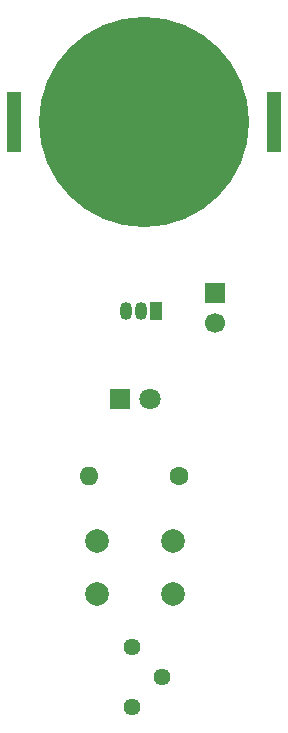
<source format=gbr>
%TF.GenerationSoftware,KiCad,Pcbnew,9.0.1*%
%TF.CreationDate,2025-04-08T16:36:56+08:00*%
%TF.ProjectId,Project2,50726f6a-6563-4743-922e-6b696361645f,rev?*%
%TF.SameCoordinates,Original*%
%TF.FileFunction,Soldermask,Bot*%
%TF.FilePolarity,Negative*%
%FSLAX46Y46*%
G04 Gerber Fmt 4.6, Leading zero omitted, Abs format (unit mm)*
G04 Created by KiCad (PCBNEW 9.0.1) date 2025-04-08 16:36:56*
%MOMM*%
%LPD*%
G01*
G04 APERTURE LIST*
%ADD10C,2.000000*%
%ADD11R,1.800000X1.800000*%
%ADD12C,1.800000*%
%ADD13C,1.440000*%
%ADD14R,1.050000X1.500000*%
%ADD15O,1.050000X1.500000*%
%ADD16R,1.700000X1.700000*%
%ADD17C,1.700000*%
%ADD18R,1.270000X5.080000*%
%ADD19C,17.800000*%
%ADD20C,1.600000*%
%ADD21O,1.600000X1.600000*%
G04 APERTURE END LIST*
D10*
%TO.C,SW1*%
X29000000Y-68000000D03*
X35500000Y-68000000D03*
X29000000Y-72500000D03*
X35500000Y-72500000D03*
%TD*%
D11*
%TO.C,D1*%
X30960000Y-56000000D03*
D12*
X33500000Y-56000000D03*
%TD*%
D13*
%TO.C,RV1*%
X31960000Y-82040000D03*
X34500000Y-79500000D03*
X31960000Y-76960000D03*
%TD*%
D14*
%TO.C,Q1*%
X34000000Y-48500000D03*
D15*
X32730000Y-48500000D03*
X31460000Y-48500000D03*
%TD*%
D16*
%TO.C,J1*%
X39000000Y-47000000D03*
D17*
X39000000Y-49540000D03*
%TD*%
D18*
%TO.C,BT1*%
X44000000Y-32500000D03*
X22030000Y-32500000D03*
D19*
X33015000Y-32500000D03*
%TD*%
D20*
%TO.C,R1*%
X36000000Y-62500000D03*
D21*
X28380000Y-62500000D03*
%TD*%
M02*

</source>
